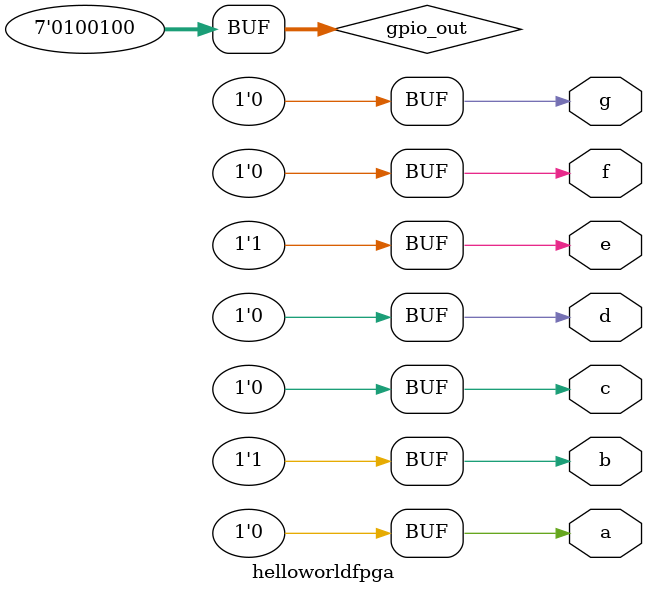
<source format=v>
/*Program for driving a seven segment display
January 18,2021
Code by G V V Sharma
Released under GNU GPL
*/

//declaring the blink module
module helloworldfpga(
                 output a,
                 output b,
                 output c,
             output d,
               output e,
              output f,
               output g

);

reg [6:0] gpio_out=7'b0100100;

assign {a, b,c,d,e,f,g}=gpio_out[6:0];
endmodule
//end of the module








</source>
